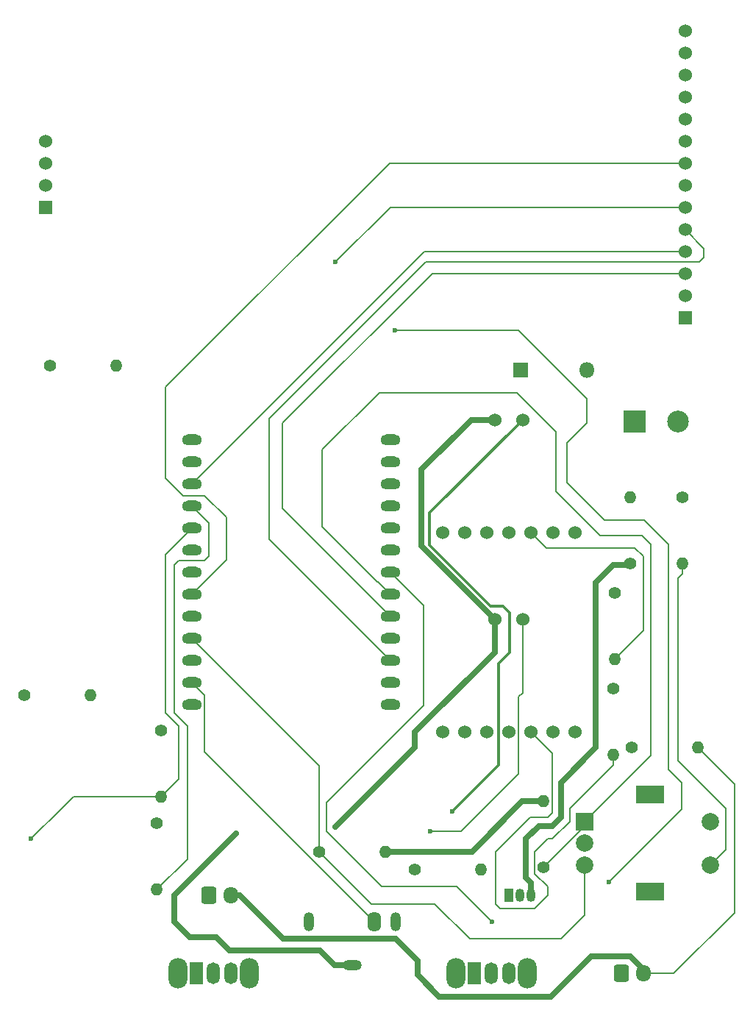
<source format=gbr>
%TF.GenerationSoftware,KiCad,Pcbnew,8.0.4*%
%TF.CreationDate,2024-11-06T19:34:02-07:00*%
%TF.ProjectId,MP3_Player,4d50335f-506c-4617-9965-722e6b696361,rev?*%
%TF.SameCoordinates,Original*%
%TF.FileFunction,Copper,L1,Top*%
%TF.FilePolarity,Positive*%
%FSLAX46Y46*%
G04 Gerber Fmt 4.6, Leading zero omitted, Abs format (unit mm)*
G04 Created by KiCad (PCBNEW 8.0.4) date 2024-11-06 19:34:02*
%MOMM*%
%LPD*%
G01*
G04 APERTURE LIST*
G04 Aperture macros list*
%AMRoundRect*
0 Rectangle with rounded corners*
0 $1 Rounding radius*
0 $2 $3 $4 $5 $6 $7 $8 $9 X,Y pos of 4 corners*
0 Add a 4 corners polygon primitive as box body*
4,1,4,$2,$3,$4,$5,$6,$7,$8,$9,$2,$3,0*
0 Add four circle primitives for the rounded corners*
1,1,$1+$1,$2,$3*
1,1,$1+$1,$4,$5*
1,1,$1+$1,$6,$7*
1,1,$1+$1,$8,$9*
0 Add four rect primitives between the rounded corners*
20,1,$1+$1,$2,$3,$4,$5,0*
20,1,$1+$1,$4,$5,$6,$7,0*
20,1,$1+$1,$6,$7,$8,$9,0*
20,1,$1+$1,$8,$9,$2,$3,0*%
G04 Aperture macros list end*
%TA.AperFunction,ComponentPad*%
%ADD10O,1.200000X2.200000*%
%TD*%
%TA.AperFunction,ComponentPad*%
%ADD11O,2.200000X1.200000*%
%TD*%
%TA.AperFunction,ComponentPad*%
%ADD12O,1.600000X2.300000*%
%TD*%
%TA.AperFunction,ComponentPad*%
%ADD13R,1.800000X1.800000*%
%TD*%
%TA.AperFunction,ComponentPad*%
%ADD14O,1.800000X1.800000*%
%TD*%
%TA.AperFunction,ComponentPad*%
%ADD15R,1.050000X1.500000*%
%TD*%
%TA.AperFunction,ComponentPad*%
%ADD16O,1.050000X1.500000*%
%TD*%
%TA.AperFunction,ComponentPad*%
%ADD17R,2.000000X2.000000*%
%TD*%
%TA.AperFunction,ComponentPad*%
%ADD18C,2.000000*%
%TD*%
%TA.AperFunction,ComponentPad*%
%ADD19R,3.200000X2.000000*%
%TD*%
%TA.AperFunction,ComponentPad*%
%ADD20C,1.524000*%
%TD*%
%TA.AperFunction,ComponentPad*%
%ADD21C,1.400000*%
%TD*%
%TA.AperFunction,ComponentPad*%
%ADD22O,1.400000X1.400000*%
%TD*%
%TA.AperFunction,ComponentPad*%
%ADD23RoundRect,0.250000X-0.600000X-0.725000X0.600000X-0.725000X0.600000X0.725000X-0.600000X0.725000X0*%
%TD*%
%TA.AperFunction,ComponentPad*%
%ADD24O,1.700000X1.950000*%
%TD*%
%TA.AperFunction,ComponentPad*%
%ADD25O,2.200000X3.500000*%
%TD*%
%TA.AperFunction,ComponentPad*%
%ADD26R,1.500000X2.500000*%
%TD*%
%TA.AperFunction,ComponentPad*%
%ADD27O,1.500000X2.500000*%
%TD*%
%TA.AperFunction,ComponentPad*%
%ADD28R,2.500000X2.500000*%
%TD*%
%TA.AperFunction,ComponentPad*%
%ADD29C,2.500000*%
%TD*%
%TA.AperFunction,ComponentPad*%
%ADD30O,2.286000X1.270000*%
%TD*%
%TA.AperFunction,ComponentPad*%
%ADD31R,1.524000X1.524000*%
%TD*%
%TA.AperFunction,ViaPad*%
%ADD32C,0.600000*%
%TD*%
%TA.AperFunction,ViaPad*%
%ADD33C,0.700000*%
%TD*%
%TA.AperFunction,Conductor*%
%ADD34C,0.350000*%
%TD*%
%TA.AperFunction,Conductor*%
%ADD35C,0.200000*%
%TD*%
%TA.AperFunction,Conductor*%
%ADD36C,0.700000*%
%TD*%
G04 APERTURE END LIST*
D10*
%TO.P,J1,R*%
%TO.N,Net-(RSPKR1-SPKR+)*%
X128000000Y-131000000D03*
D11*
%TO.P,J1,S*%
%TO.N,Net-(L_SPKR1-SPKR-)*%
X133000000Y-136000000D03*
D10*
%TO.P,J1,T*%
%TO.N,Net-(L_SPKR1-SPKR+)*%
X138000000Y-131000000D03*
D12*
%TO.P,J1,TN*%
%TO.N,/Detect_Jack*%
X135500000Y-131000000D03*
%TD*%
D13*
%TO.P,D1,1,K*%
%TO.N,Net-(D1-K)*%
X152380000Y-67500000D03*
D14*
%TO.P,D1,2,A*%
%TO.N,GND*%
X160000000Y-67500000D03*
%TD*%
D15*
%TO.P,Q1,1,D*%
%TO.N,/VDD*%
X151000000Y-128000000D03*
D16*
%TO.P,Q1,2,G*%
%TO.N,/Motor_Driver*%
X152270000Y-128000000D03*
%TO.P,Q1,3,S*%
%TO.N,Net-(Q1-S)*%
X153540000Y-128000000D03*
%TD*%
D17*
%TO.P,Primary Rotary Encoder1,A,A*%
%TO.N,Net-(U1-IO16)*%
X159750000Y-119500000D03*
D18*
%TO.P,Primary Rotary Encoder1,B,B*%
%TO.N,Net-(U1-IO27)*%
X159750000Y-124500000D03*
%TO.P,Primary Rotary Encoder1,C,C*%
%TO.N,GND*%
X159750000Y-122000000D03*
D19*
%TO.P,Primary Rotary Encoder1,MP*%
%TO.N,N/C*%
X167250000Y-116400000D03*
X167250000Y-127600000D03*
D18*
%TO.P,Primary Rotary Encoder1,S1,S1*%
%TO.N,Net-(U1-IO0)*%
X174250000Y-124500000D03*
%TO.P,Primary Rotary Encoder1,S2,S2*%
%TO.N,/VDD*%
X174250000Y-119500000D03*
%TD*%
D20*
%TO.P,RSPKR1,+,SPKR+*%
%TO.N,Net-(RSPKR1-SPKR+)*%
X152587500Y-96258500D03*
%TO.P,RSPKR1,-,SPKR-*%
%TO.N,Net-(L_SPKR1-SPKR-)*%
X149412500Y-96258500D03*
%TO.P,RSPKR1,BCLK,BCLK*%
%TO.N,/DAC_BCLK*%
X145920000Y-109212500D03*
%TO.P,RSPKR1,DIN,DIN*%
%TO.N,/DAC_DIN*%
X148460000Y-109212500D03*
%TO.P,RSPKR1,GAIN,Gain*%
%TO.N,/Gain*%
X151000000Y-109212500D03*
%TO.P,RSPKR1,GND,GND*%
%TO.N,GND*%
X156080000Y-109212500D03*
%TO.P,RSPKR1,LRC,LRC*%
%TO.N,/DAC_LRC*%
X143380000Y-109212500D03*
%TO.P,RSPKR1,SD,SD*%
%TO.N,/R_Chanel_Select*%
X153540000Y-109212500D03*
%TO.P,RSPKR1,VIN,Vin*%
%TO.N,/VDD*%
X158620000Y-109212500D03*
%TD*%
D21*
%TO.P,R10,1*%
%TO.N,/L_Chanel_Select*%
X163000000Y-104190000D03*
D22*
%TO.P,R10,2*%
%TO.N,/R_Chanel_Select*%
X163000000Y-111810000D03*
%TD*%
D21*
%TO.P,R8,1*%
%TO.N,GND*%
X171000000Y-82190000D03*
D22*
%TO.P,R8,2*%
%TO.N,Net-(U1-IO0)*%
X171000000Y-89810000D03*
%TD*%
D23*
%TO.P,To_LiPo_Cell1,1,Pin_1*%
%TO.N,+BATT*%
X164000000Y-137000000D03*
D24*
%TO.P,To_LiPo_Cell1,2,Pin_2*%
%TO.N,-BATT*%
X166500000Y-137000000D03*
%TD*%
D25*
%TO.P,SW4,*%
%TO.N,*%
X112900000Y-137000000D03*
X121100000Y-137000000D03*
D26*
%TO.P,SW4,1,A*%
%TO.N,+BATT*%
X115000000Y-137000000D03*
D27*
%TO.P,SW4,2,B*%
%TO.N,Net-(SW4-B)*%
X117000000Y-137000000D03*
%TO.P,SW4,3,C*%
%TO.N,unconnected-(SW4-C-Pad3)*%
X119000000Y-137000000D03*
%TD*%
D28*
%TO.P,M1,1,+*%
%TO.N,Net-(D1-K)*%
X165500000Y-73500000D03*
D29*
%TO.P,M1,2,-*%
%TO.N,GND*%
X170500000Y-73500000D03*
%TD*%
D21*
%TO.P,R5,1*%
%TO.N,GND*%
X110500000Y-119690000D03*
D22*
%TO.P,R5,2*%
%TO.N,Net-(SW5-B)*%
X110500000Y-127310000D03*
%TD*%
D20*
%TO.P,L_SPKR1,+,SPKR+*%
%TO.N,Net-(L_SPKR1-SPKR+)*%
X152587500Y-73258500D03*
%TO.P,L_SPKR1,-,SPKR-*%
%TO.N,Net-(L_SPKR1-SPKR-)*%
X149412500Y-73258500D03*
%TO.P,L_SPKR1,BCLK,BCLK*%
%TO.N,/DAC_BCLK*%
X145920000Y-86212500D03*
%TO.P,L_SPKR1,DIN,DIN*%
%TO.N,/DAC_DIN*%
X148460000Y-86212500D03*
%TO.P,L_SPKR1,GAIN,Gain*%
%TO.N,/Gain*%
X151000000Y-86212500D03*
%TO.P,L_SPKR1,GND,GND*%
%TO.N,GND*%
X156080000Y-86212500D03*
%TO.P,L_SPKR1,LRC,LRC*%
%TO.N,/DAC_LRC*%
X143380000Y-86212500D03*
%TO.P,L_SPKR1,SD,SD*%
%TO.N,/L_Chanel_Select*%
X153540000Y-86212500D03*
%TO.P,L_SPKR1,VIN,Vin*%
%TO.N,/VDD*%
X158620000Y-86212500D03*
%TD*%
D21*
%TO.P,R9,1*%
%TO.N,/VDD*%
X163190000Y-93190000D03*
D22*
%TO.P,R9,2*%
%TO.N,/L_Chanel_Select*%
X163190000Y-100810000D03*
%TD*%
D30*
%TO.P,U1,0,IO0*%
%TO.N,Net-(U1-IO0)*%
X137401877Y-98410500D03*
%TO.P,U1,2,IO2*%
%TO.N,/TFT_DC*%
X137401877Y-100950500D03*
%TO.P,U1,3v,VDD*%
%TO.N,/VDD*%
X137401877Y-75550500D03*
%TO.P,U1,4,IO4*%
%TO.N,/TFT_CS*%
X137401877Y-95870500D03*
%TO.P,U1,5,IO5*%
%TO.N,/SD_CS*%
X137401877Y-88250500D03*
%TO.P,U1,12,IO12*%
%TO.N,/Detect_Jack*%
X114541877Y-103490500D03*
%TO.P,U1,13,IO13*%
%TO.N,/DAC_DIN*%
X137401877Y-106030500D03*
%TO.P,U1,14,IO14*%
%TO.N,/DAC_BCLK*%
X114541877Y-100950500D03*
%TO.P,U1,15,IO15*%
%TO.N,/DAC_LRC*%
X137401877Y-103490500D03*
%TO.P,U1,16,IO16*%
%TO.N,Net-(U1-IO16)*%
X137401877Y-93330500D03*
%TO.P,U1,17,IO17*%
%TO.N,Net-(SW6-B)*%
X137401877Y-90790500D03*
%TO.P,U1,18,IO18*%
%TO.N,/SPI_SCK*%
X137401877Y-85710500D03*
%TO.P,U1,19,IO19*%
%TO.N,/SPI_MISO*%
X137401877Y-80630500D03*
%TO.P,U1,22,IO22*%
%TO.N,/Motor_Driver*%
X137401877Y-78090500D03*
%TO.P,U1,23,IO23*%
%TO.N,/SPI_MOSI*%
X137401877Y-83170500D03*
%TO.P,U1,25,IO25*%
%TO.N,/SCREEN_BRIGHTNESS*%
X114541877Y-93330500D03*
%TO.P,U1,26,IO26*%
%TO.N,/Gain*%
X114541877Y-95870500D03*
%TO.P,U1,27,IO27*%
%TO.N,Net-(U1-IO27)*%
X114541877Y-98410500D03*
%TO.P,U1,32,IO32*%
%TO.N,Net-(SW1-A)*%
X114541877Y-88250500D03*
%TO.P,U1,33,IO33*%
%TO.N,Net-(SW2-A)*%
X114541877Y-90790500D03*
%TO.P,U1,34,IO34*%
%TO.N,Net-(SW5-B)*%
X114541877Y-83170500D03*
%TO.P,U1,35,IO35*%
%TO.N,Net-(SW3-B)*%
X114541877Y-85710500D03*
%TO.P,U1,EN,EN*%
%TO.N,/RESET*%
X114541877Y-80630500D03*
%TO.P,U1,GND,GND*%
%TO.N,GND*%
X114541877Y-106030500D03*
%TO.P,U1,VN,SENSOR_VN*%
%TO.N,unconnected-(U1-SENSOR_VN-PadVN)*%
X114541877Y-78090500D03*
%TO.P,U1,VP,SENSOR_VP*%
%TO.N,unconnected-(U1-SENSOR_VP-PadVP)*%
X114541877Y-75550500D03*
%TD*%
D21*
%TO.P,R2,1*%
%TO.N,Net-(U1-IO16)*%
X155000000Y-124810000D03*
D22*
%TO.P,R2,2*%
%TO.N,GND*%
X155000000Y-117190000D03*
%TD*%
D23*
%TO.P,To_Battery_Charger_Of_ESP_32,1,Pin_1*%
%TO.N,Net-(SW4-B)*%
X116500000Y-128000000D03*
D24*
%TO.P,To_Battery_Charger_Of_ESP_32,2,Pin_2*%
%TO.N,-BATT*%
X119000000Y-128000000D03*
%TD*%
D21*
%TO.P,R3,1*%
%TO.N,GND*%
X98190000Y-67000000D03*
D22*
%TO.P,R3,2*%
%TO.N,Net-(SW1-A)*%
X105810000Y-67000000D03*
%TD*%
D21*
%TO.P,R4,1*%
%TO.N,GND*%
X111000000Y-109000000D03*
D22*
%TO.P,R4,2*%
%TO.N,Net-(SW3-B)*%
X111000000Y-116620000D03*
%TD*%
D21*
%TO.P,R11,1*%
%TO.N,/R_Chanel_Select*%
X165190000Y-111000000D03*
D22*
%TO.P,R11,2*%
%TO.N,-BATT*%
X172810000Y-111000000D03*
%TD*%
D21*
%TO.P,R12,1*%
%TO.N,/Detect_Jack*%
X140190000Y-125000000D03*
D22*
%TO.P,R12,2*%
%TO.N,/VDD*%
X147810000Y-125000000D03*
%TD*%
D21*
%TO.P,R1,1*%
%TO.N,Net-(U1-IO27)*%
X129190000Y-123000000D03*
D22*
%TO.P,R1,2*%
%TO.N,GND*%
X136810000Y-123000000D03*
%TD*%
D21*
%TO.P,R6,1*%
%TO.N,GND*%
X95190000Y-105000000D03*
D22*
%TO.P,R6,2*%
%TO.N,Net-(SW2-A)*%
X102810000Y-105000000D03*
%TD*%
D21*
%TO.P,R7,1*%
%TO.N,Net-(Q1-S)*%
X165000000Y-89810000D03*
D22*
%TO.P,R7,2*%
%TO.N,Net-(D1-K)*%
X165000000Y-82190000D03*
%TD*%
D25*
%TO.P,SW6,*%
%TO.N,*%
X144900000Y-137000000D03*
X153100000Y-137000000D03*
D26*
%TO.P,SW6,1,A*%
%TO.N,/VDD*%
X147000000Y-137000000D03*
D27*
%TO.P,SW6,2,B*%
%TO.N,Net-(SW6-B)*%
X149000000Y-137000000D03*
%TO.P,SW6,3,C*%
%TO.N,unconnected-(SW6-C-Pad3)*%
X151000000Y-137000000D03*
%TD*%
D20*
%TO.P,Screen&SDCardReader1,CS,CS*%
%TO.N,/TFT_CS*%
X171330000Y-56430000D03*
%TO.P,Screen&SDCardReader1,DC,DC*%
%TO.N,/TFT_DC*%
X171330000Y-51350000D03*
%TO.P,Screen&SDCardReader1,GND,GND*%
%TO.N,GND*%
X171330000Y-58970000D03*
%TO.P,Screen&SDCardReader1,LED,LED*%
%TO.N,/SCREEN_BRIGHTNESS*%
X171330000Y-43730000D03*
%TO.P,Screen&SDCardReader1,RESET,RESET*%
%TO.N,/RESET*%
X171330000Y-53890000D03*
%TO.P,Screen&SDCardReader1,SCK,SCK*%
%TO.N,/SPI_SCK*%
X171330000Y-46270000D03*
%TO.P,Screen&SDCardReader1,SDI(MOSI),SDI(MOSI)*%
%TO.N,/SPI_MOSI*%
X171330000Y-48810000D03*
%TO.P,Screen&SDCardReader1,SDO(MISO),SDO(MISO)*%
%TO.N,/SPI_MISO*%
X171330000Y-41190000D03*
D31*
%TO.P,Screen&SDCardReader1,SD_CS,SD_CS*%
%TO.N,/SD_CS*%
X97670000Y-48810000D03*
D20*
%TO.P,Screen&SDCardReader1,SD_MISO,SD_MISO*%
%TO.N,/SPI_MISO*%
X97670000Y-43730000D03*
%TO.P,Screen&SDCardReader1,SD_MOSI,SD_MOSI*%
%TO.N,/SPI_MOSI*%
X97670000Y-46270000D03*
%TO.P,Screen&SDCardReader1,SD_SCK,SD_SCK*%
%TO.N,/SPI_SCK*%
X97670000Y-41190000D03*
%TO.P,Screen&SDCardReader1,T_CLK,T_CLK*%
%TO.N,unconnected-(Screen&SDCardReader1-PadT_CLK)*%
X171330000Y-38650000D03*
%TO.P,Screen&SDCardReader1,T_CS,T_CS*%
%TO.N,unconnected-(Screen&SDCardReader1-PadT_CS)*%
X171330000Y-36110000D03*
%TO.P,Screen&SDCardReader1,T_DIN,T_DIN*%
%TO.N,unconnected-(Screen&SDCardReader1-PadT_DIN)*%
X171330000Y-33570000D03*
%TO.P,Screen&SDCardReader1,T_DO,T_DO*%
%TO.N,unconnected-(Screen&SDCardReader1-PadT_DO)*%
X171330000Y-31030000D03*
%TO.P,Screen&SDCardReader1,T_IRQ,T_IRQ*%
%TO.N,unconnected-(Screen&SDCardReader1-PadT_IRQ)*%
X171330000Y-28490000D03*
D31*
%TO.P,Screen&SDCardReader1,Vcc,Vcc*%
%TO.N,/VDD*%
X171330000Y-61510000D03*
%TD*%
D32*
%TO.N,Net-(L_SPKR1-SPKR+)*%
X144526000Y-118364000D03*
D33*
%TO.N,Net-(L_SPKR1-SPKR-)*%
X131064000Y-120142000D03*
X119634000Y-120904000D03*
D32*
%TO.N,Net-(RSPKR1-SPKR+)*%
X141986000Y-120650000D03*
%TO.N,/Motor_Driver*%
X137922000Y-62992000D03*
X162560000Y-126492000D03*
%TO.N,Net-(SW3-B)*%
X96000000Y-121500000D03*
%TO.N,/SPI_MOSI*%
X131064000Y-55118000D03*
%TO.N,Net-(SW6-B)*%
X149098000Y-131064000D03*
%TD*%
D34*
%TO.N,Net-(L_SPKR1-SPKR+)*%
X149860000Y-101346000D02*
X151130000Y-100076000D01*
X144526000Y-118364000D02*
X149860000Y-113030000D01*
X151130000Y-100076000D02*
X151130000Y-95504000D01*
X141897652Y-83948348D02*
X152587500Y-73258500D01*
X141897652Y-87718348D02*
X141897652Y-83948348D01*
X150368000Y-94742000D02*
X148921304Y-94742000D01*
X149860000Y-113030000D02*
X149860000Y-101346000D01*
X151130000Y-95504000D02*
X150368000Y-94742000D01*
X148921304Y-94742000D02*
X141897652Y-87718348D01*
D35*
%TO.N,/Detect_Jack*%
X116000000Y-104948623D02*
X114541877Y-103490500D01*
X135500000Y-131000000D02*
X116000000Y-111500000D01*
X116000000Y-111500000D02*
X116000000Y-104948623D01*
D36*
%TO.N,Net-(L_SPKR1-SPKR-)*%
X140970000Y-87816000D02*
X140970000Y-78994000D01*
X112522000Y-131064000D02*
X112522000Y-128016000D01*
X114300000Y-132842000D02*
X112522000Y-131064000D01*
X149412500Y-96258500D02*
X140970000Y-87816000D01*
X118872000Y-134366000D02*
X117348000Y-132842000D01*
X133000000Y-136000000D02*
X130920000Y-136000000D01*
X129286000Y-134366000D02*
X118872000Y-134366000D01*
X149412500Y-100015500D02*
X149412500Y-96258500D01*
X146705500Y-73258500D02*
X149412500Y-73258500D01*
X140208000Y-110998000D02*
X140208000Y-109220000D01*
X118364000Y-122174000D02*
X119634000Y-120904000D01*
D35*
X133494000Y-136000000D02*
X133604000Y-135890000D01*
D36*
X112522000Y-128016000D02*
X118364000Y-122174000D01*
X130920000Y-136000000D02*
X129286000Y-134366000D01*
X117348000Y-132842000D02*
X114300000Y-132842000D01*
X140970000Y-78994000D02*
X146705500Y-73258500D01*
D35*
X133000000Y-136000000D02*
X133494000Y-136000000D01*
D36*
X140208000Y-109220000D02*
X149412500Y-100015500D01*
D35*
X149938000Y-73784000D02*
X149412500Y-73258500D01*
D36*
X131064000Y-120142000D02*
X140208000Y-110998000D01*
D35*
%TO.N,Net-(RSPKR1-SPKR+)*%
X141986000Y-120650000D02*
X145542000Y-120650000D01*
X152146000Y-105156000D02*
X152587500Y-104714500D01*
X152587500Y-104714500D02*
X152587500Y-96258500D01*
X145542000Y-120650000D02*
X152146000Y-114046000D01*
X152146000Y-114046000D02*
X152146000Y-105156000D01*
%TO.N,/DAC_LRC*%
X137658000Y-103490500D02*
X137401877Y-103490500D01*
%TO.N,/L_Chanel_Select*%
X153540000Y-86212500D02*
X155327500Y-88000000D01*
X155327500Y-88000000D02*
X165500000Y-88000000D01*
X166500000Y-89000000D02*
X166500000Y-97500000D01*
X165500000Y-88000000D02*
X166500000Y-89000000D01*
X166500000Y-97500000D02*
X163190000Y-100810000D01*
%TO.N,/VDD*%
X171000000Y-61500000D02*
X171010000Y-61510000D01*
X171330000Y-61510000D02*
X171010000Y-61510000D01*
D36*
%TO.N,GND*%
X146748000Y-123000000D02*
X152558000Y-117190000D01*
D35*
X136810000Y-123000000D02*
X136810000Y-123094000D01*
X136810000Y-123094000D02*
X136906000Y-123190000D01*
D36*
X152558000Y-117190000D02*
X155000000Y-117190000D01*
X136810000Y-123000000D02*
X146748000Y-123000000D01*
D35*
%TO.N,Net-(U1-IO16)*%
X167386000Y-111864000D02*
X159750000Y-119500000D01*
X129540000Y-85598000D02*
X129540000Y-76708000D01*
X156464000Y-74676000D02*
X156464000Y-81534000D01*
X135829500Y-91887500D02*
X129540000Y-85598000D01*
X135958877Y-91887500D02*
X135829500Y-91887500D01*
X136108619Y-70139381D02*
X151927381Y-70139381D01*
X167386000Y-87630000D02*
X167386000Y-111864000D01*
X155000000Y-124810000D02*
X159750000Y-120060000D01*
X161544000Y-86614000D02*
X166370000Y-86614000D01*
X151927381Y-70139381D02*
X156464000Y-74676000D01*
X137401877Y-93330500D02*
X135958877Y-91887500D01*
X129540000Y-76708000D02*
X136108619Y-70139381D01*
X156464000Y-81534000D02*
X161544000Y-86614000D01*
X159750000Y-120060000D02*
X159750000Y-119500000D01*
X166370000Y-86614000D02*
X167386000Y-87630000D01*
%TO.N,Net-(U1-IO27)*%
X157000000Y-133000000D02*
X146500000Y-133000000D01*
X129190000Y-123000000D02*
X129190000Y-113058623D01*
X159750000Y-124500000D02*
X159750000Y-130250000D01*
X159750000Y-130250000D02*
X157000000Y-133000000D01*
X129190000Y-123000000D02*
X135190000Y-129000000D01*
X146500000Y-133000000D02*
X142500000Y-129000000D01*
X129190000Y-113058623D02*
X114541877Y-98410500D01*
X142500000Y-129000000D02*
X135190000Y-129000000D01*
%TO.N,Net-(U1-IO0)*%
X171000000Y-91000000D02*
X171000000Y-89810000D01*
X174250000Y-124500000D02*
X176000000Y-122750000D01*
X170500000Y-91500000D02*
X171000000Y-91000000D01*
X176000000Y-122750000D02*
X176000000Y-118000000D01*
X176000000Y-118000000D02*
X170500000Y-112500000D01*
X170500000Y-112500000D02*
X170500000Y-91500000D01*
D36*
%TO.N,Net-(Q1-S)*%
X163000000Y-90000000D02*
X164810000Y-90000000D01*
X153000000Y-126000000D02*
X153000000Y-121500000D01*
X153540000Y-128000000D02*
X153540000Y-126540000D01*
X161000000Y-92000000D02*
X163000000Y-90000000D01*
X164810000Y-90000000D02*
X165000000Y-89810000D01*
X153000000Y-121500000D02*
X154500000Y-120000000D01*
X154500000Y-120000000D02*
X156000000Y-120000000D01*
X157000000Y-119000000D02*
X157000000Y-115000000D01*
X157000000Y-115000000D02*
X161000000Y-111000000D01*
X161000000Y-111000000D02*
X161000000Y-92000000D01*
X156000000Y-120000000D02*
X157000000Y-119000000D01*
X153540000Y-126540000D02*
X153000000Y-126000000D01*
D35*
%TO.N,/Motor_Driver*%
X157738338Y-80522338D02*
X157738338Y-75941662D01*
X162052000Y-84836000D02*
X159258000Y-82042000D01*
X169418000Y-113538000D02*
X169418000Y-87630000D01*
X160020000Y-73660000D02*
X160020000Y-70866000D01*
X170942000Y-117094000D02*
X170942000Y-115570000D01*
X170942000Y-118110000D02*
X170942000Y-117094000D01*
X169418000Y-87630000D02*
X166624000Y-84836000D01*
X170942000Y-115570000D02*
X170942000Y-115062000D01*
X158496000Y-69342000D02*
X152146000Y-62992000D01*
X152146000Y-62992000D02*
X137922000Y-62992000D01*
X160020000Y-70866000D02*
X158496000Y-69342000D01*
X159258000Y-82042000D02*
X157738338Y-80522338D01*
X162560000Y-126492000D02*
X170942000Y-118110000D01*
X166624000Y-84836000D02*
X162052000Y-84836000D01*
X157738338Y-75941662D02*
X160020000Y-73660000D01*
X170942000Y-115062000D02*
X169418000Y-113538000D01*
%TO.N,Net-(SW3-B)*%
X111000000Y-116620000D02*
X100880000Y-116620000D01*
X113000000Y-108500000D02*
X111500000Y-107000000D01*
X100880000Y-116620000D02*
X99500000Y-118000000D01*
X111500000Y-88752377D02*
X114541877Y-85710500D01*
X113000000Y-114620000D02*
X113000000Y-108500000D01*
X111000000Y-116620000D02*
X113000000Y-114620000D01*
X99500000Y-118000000D02*
X96000000Y-121500000D01*
X111500000Y-107000000D02*
X111500000Y-88752377D01*
%TO.N,Net-(SW5-B)*%
X116500000Y-85128623D02*
X114541877Y-83170500D01*
X114000000Y-123810000D02*
X114000000Y-108500000D01*
X112500000Y-107000000D02*
X112500000Y-90000000D01*
X114000000Y-108500000D02*
X112500000Y-107000000D01*
X112500000Y-90000000D02*
X113000000Y-89500000D01*
X116000000Y-89500000D02*
X116500000Y-89000000D01*
X110500000Y-127310000D02*
X114000000Y-123810000D01*
X113000000Y-89500000D02*
X116000000Y-89500000D01*
X116500000Y-89000000D02*
X116500000Y-85128623D01*
%TO.N,/R_Chanel_Select*%
X149500000Y-123000000D02*
X153500000Y-119000000D01*
X153500000Y-119000000D02*
X155500000Y-119000000D01*
X155500000Y-127000000D02*
X155500000Y-128000000D01*
X154000000Y-129500000D02*
X150000000Y-129500000D01*
X155500000Y-128000000D02*
X154000000Y-129500000D01*
X150000000Y-129500000D02*
X149500000Y-129000000D01*
X155500000Y-119000000D02*
X156000000Y-118500000D01*
X156000000Y-121500000D02*
X155500000Y-121500000D01*
X163000000Y-113000000D02*
X158000000Y-118000000D01*
X163000000Y-111810000D02*
X163000000Y-113000000D01*
X154000000Y-123000000D02*
X154000000Y-125500000D01*
X158000000Y-118000000D02*
X158000000Y-119500000D01*
X156000000Y-111672500D02*
X153540000Y-109212500D01*
X155500000Y-121500000D02*
X154000000Y-123000000D01*
X158000000Y-119500000D02*
X156000000Y-121500000D01*
X154000000Y-125500000D02*
X155500000Y-127000000D01*
X149500000Y-129000000D02*
X149500000Y-123000000D01*
X156000000Y-118500000D02*
X156000000Y-111672500D01*
%TO.N,-BATT*%
X166500000Y-137000000D02*
X170000000Y-137000000D01*
D36*
X138000000Y-133000000D02*
X125000000Y-133000000D01*
X120000000Y-128000000D02*
X119000000Y-128000000D01*
X155850000Y-139650000D02*
X143000000Y-139650000D01*
X125000000Y-133000000D02*
X120000000Y-128000000D01*
X140500000Y-135500000D02*
X138000000Y-133000000D01*
X160500000Y-135000000D02*
X155850000Y-139650000D01*
X140500000Y-137150000D02*
X140500000Y-135500000D01*
D35*
X177000000Y-130000000D02*
X177000000Y-115190000D01*
X177000000Y-115190000D02*
X172810000Y-111000000D01*
X166500000Y-137000000D02*
X166500000Y-136500000D01*
D36*
X166500000Y-136500000D02*
X165000000Y-135000000D01*
X165000000Y-135000000D02*
X160500000Y-135000000D01*
D35*
X170000000Y-137000000D02*
X177000000Y-130000000D01*
D36*
X143000000Y-139650000D02*
X140500000Y-137150000D01*
D35*
%TO.N,/TFT_CS*%
X171330000Y-56430000D02*
X142198000Y-56430000D01*
X124968000Y-83436623D02*
X137401877Y-95870500D01*
X124968000Y-73660000D02*
X124968000Y-83436623D01*
X142198000Y-56430000D02*
X124968000Y-73660000D01*
%TO.N,/SPI_MOSI*%
X131064000Y-55118000D02*
X137372000Y-48810000D01*
X137372000Y-48810000D02*
X171330000Y-48810000D01*
%TO.N,/SCREEN_BRIGHTNESS*%
X111500000Y-80000000D02*
X113500000Y-82000000D01*
X118500000Y-89372377D02*
X114541877Y-93330500D01*
X113500000Y-82000000D02*
X116000000Y-82000000D01*
X111500000Y-69500000D02*
X111500000Y-80000000D01*
X171330000Y-43730000D02*
X137270000Y-43730000D01*
X137270000Y-43730000D02*
X111500000Y-69500000D01*
X116000000Y-82000000D02*
X118500000Y-84500000D01*
X118500000Y-84500000D02*
X118500000Y-89372377D01*
%TO.N,/TFT_DC*%
X172974000Y-55118000D02*
X141478000Y-55118000D01*
X171330000Y-51396000D02*
X173482000Y-53548000D01*
X141478000Y-55118000D02*
X123444000Y-73152000D01*
X171330000Y-51350000D02*
X171330000Y-51396000D01*
X173482000Y-53548000D02*
X173482000Y-54610000D01*
X123444000Y-86992623D02*
X137401877Y-100950500D01*
X123444000Y-73152000D02*
X123444000Y-86992623D01*
X173482000Y-54610000D02*
X172974000Y-55118000D01*
%TO.N,/RESET*%
X141282377Y-53890000D02*
X171330000Y-53890000D01*
X114541877Y-80630500D02*
X141282377Y-53890000D01*
%TO.N,Net-(SW6-B)*%
X141224000Y-106172000D02*
X141224000Y-94612623D01*
X149098000Y-131064000D02*
X145034000Y-127000000D01*
X145034000Y-127000000D02*
X136398000Y-127000000D01*
X141224000Y-94612623D02*
X137401877Y-90790500D01*
X136398000Y-127000000D02*
X130048000Y-120650000D01*
X130048000Y-117348000D02*
X141224000Y-106172000D01*
X130048000Y-120650000D02*
X130048000Y-117348000D01*
%TO.N,Net-(SW4-B)*%
X116500000Y-128000000D02*
X116500000Y-128356000D01*
X116500000Y-128356000D02*
X116332000Y-128524000D01*
%TD*%
M02*

</source>
